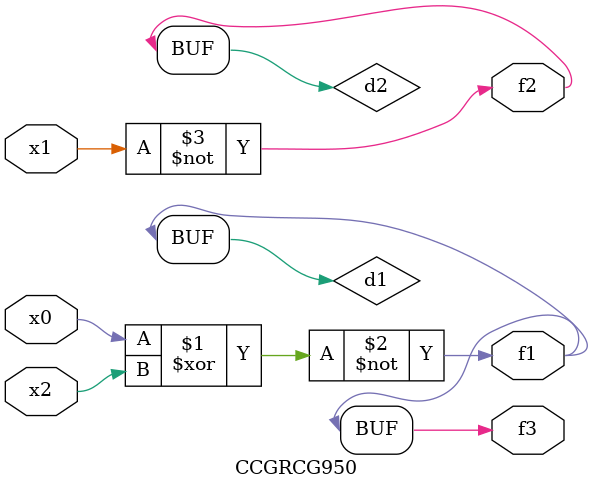
<source format=v>
module CCGRCG950(
	input x0, x1, x2,
	output f1, f2, f3
);

	wire d1, d2, d3;

	xnor (d1, x0, x2);
	nand (d2, x1);
	nor (d3, x1, x2);
	assign f1 = d1;
	assign f2 = d2;
	assign f3 = d1;
endmodule

</source>
